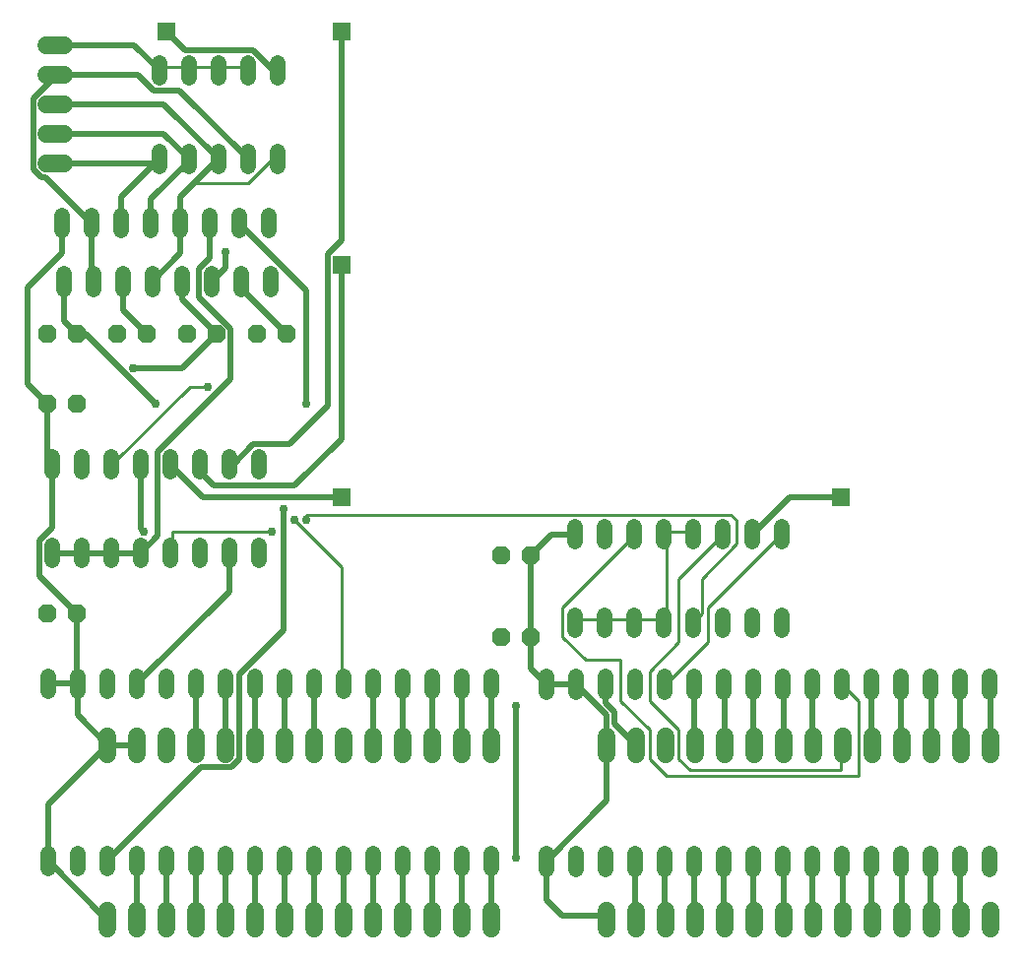
<source format=gbr>
G04 EAGLE Gerber RS-274X export*
G75*
%MOMM*%
%FSLAX34Y34*%
%LPD*%
%INTop Copper*%
%IPPOS*%
%AMOC8*
5,1,8,0,0,1.08239X$1,22.5*%
G01*
%ADD10R,1.524000X1.524000*%
%ADD11C,1.524000*%
%ADD12C,1.508000*%
%ADD13C,1.320800*%
%ADD14P,1.732040X8X202.500000*%
%ADD15P,1.732040X8X22.500000*%
%ADD16C,0.500000*%
%ADD17C,0.756400*%
%ADD18C,0.254000*%


D10*
X730000Y390000D03*
X300000Y390000D03*
X300000Y590000D03*
X300000Y790000D03*
X150000Y790000D03*
D11*
X528270Y184240D02*
X528270Y169000D01*
X553670Y169000D02*
X553670Y184240D01*
X579070Y184240D02*
X579070Y169000D01*
X604470Y169000D02*
X604470Y184240D01*
X629870Y184240D02*
X629870Y169000D01*
X655270Y169000D02*
X655270Y184240D01*
X680670Y184240D02*
X680670Y169000D01*
X706070Y169000D02*
X706070Y184240D01*
X731470Y184240D02*
X731470Y169000D01*
X756870Y169000D02*
X756870Y184240D01*
X782270Y184240D02*
X782270Y169000D01*
X807670Y169000D02*
X807670Y184240D01*
X833070Y184240D02*
X833070Y169000D01*
X858470Y169000D02*
X858470Y184240D01*
X528380Y34470D02*
X528380Y19230D01*
X553780Y19230D02*
X553780Y34470D01*
X579180Y34470D02*
X579180Y19230D01*
X604580Y19230D02*
X604580Y34470D01*
X629980Y34470D02*
X629980Y19230D01*
X655380Y19230D02*
X655380Y34470D01*
X680780Y34470D02*
X680780Y19230D01*
X706180Y19230D02*
X706180Y34470D01*
X731580Y34470D02*
X731580Y19230D01*
X756980Y19230D02*
X756980Y34470D01*
X782380Y34470D02*
X782380Y19230D01*
X807780Y19230D02*
X807780Y34470D01*
X833180Y34470D02*
X833180Y19230D01*
X858580Y19230D02*
X858580Y34470D01*
D12*
X61540Y778500D02*
X46460Y778500D01*
X46460Y753100D02*
X61540Y753100D01*
X61540Y727700D02*
X46460Y727700D01*
X46460Y702300D02*
X61540Y702300D01*
X61540Y676900D02*
X46460Y676900D01*
D11*
X99050Y184400D02*
X99050Y169160D01*
X124450Y169160D02*
X124450Y184400D01*
X149850Y184400D02*
X149850Y169160D01*
X175250Y169160D02*
X175250Y184400D01*
X200650Y184400D02*
X200650Y169160D01*
X226050Y169160D02*
X226050Y184400D01*
X251450Y184400D02*
X251450Y169160D01*
X276850Y169160D02*
X276850Y184400D01*
X302250Y184400D02*
X302250Y169160D01*
X327650Y169160D02*
X327650Y184400D01*
X353050Y184400D02*
X353050Y169160D01*
X378450Y169160D02*
X378450Y184400D01*
X403850Y184400D02*
X403850Y169160D01*
X429250Y169160D02*
X429250Y184400D01*
X98510Y34450D02*
X98510Y19210D01*
X123910Y19210D02*
X123910Y34450D01*
X149310Y34450D02*
X149310Y19210D01*
X174710Y19210D02*
X174710Y34450D01*
X200110Y34450D02*
X200110Y19210D01*
X225510Y19210D02*
X225510Y34450D01*
X250910Y34450D02*
X250910Y19210D01*
X276310Y19210D02*
X276310Y34450D01*
X301710Y34450D02*
X301710Y19210D01*
X327110Y19210D02*
X327110Y34450D01*
X352510Y34450D02*
X352510Y19210D01*
X377910Y19210D02*
X377910Y34450D01*
X403310Y34450D02*
X403310Y19210D01*
X428710Y19210D02*
X428710Y34450D01*
D13*
X59800Y618896D02*
X59800Y632104D01*
X85200Y632104D02*
X85200Y618896D01*
X110600Y618896D02*
X110600Y632104D01*
X136000Y632104D02*
X136000Y618896D01*
X161400Y618896D02*
X161400Y632104D01*
X186800Y632104D02*
X186800Y618896D01*
X212200Y618896D02*
X212200Y632104D01*
X237600Y632104D02*
X237600Y618896D01*
X61200Y582104D02*
X61200Y568896D01*
X86600Y568896D02*
X86600Y582104D01*
X112000Y582104D02*
X112000Y568896D01*
X137400Y568896D02*
X137400Y582104D01*
X162800Y582104D02*
X162800Y568896D01*
X188200Y568896D02*
X188200Y582104D01*
X213600Y582104D02*
X213600Y568896D01*
X239000Y568896D02*
X239000Y582104D01*
X143300Y674096D02*
X143300Y687304D01*
X168700Y687304D02*
X168700Y674096D01*
X194100Y674096D02*
X194100Y687304D01*
X219500Y687304D02*
X219500Y674096D01*
X244900Y674096D02*
X244900Y687304D01*
X244900Y750296D02*
X244900Y763504D01*
X219500Y763504D02*
X219500Y750296D01*
X194100Y750296D02*
X194100Y763504D01*
X168700Y763504D02*
X168700Y750296D01*
X143300Y750296D02*
X143300Y763504D01*
X47870Y83644D02*
X47870Y70436D01*
X73270Y70436D02*
X73270Y83644D01*
X200270Y83644D02*
X200270Y70436D01*
X225670Y70436D02*
X225670Y83644D01*
X98670Y83644D02*
X98670Y70436D01*
X124070Y70436D02*
X124070Y83644D01*
X174870Y83644D02*
X174870Y70436D01*
X149470Y70436D02*
X149470Y83644D01*
X251070Y83644D02*
X251070Y70436D01*
X276470Y70436D02*
X276470Y83644D01*
X301870Y83644D02*
X301870Y70436D01*
X327270Y70436D02*
X327270Y83644D01*
X352670Y83644D02*
X352670Y70436D01*
X378070Y70436D02*
X378070Y83644D01*
X403470Y83644D02*
X403470Y70436D01*
X428870Y70436D02*
X428870Y83644D01*
X428870Y222836D02*
X428870Y236044D01*
X403470Y236044D02*
X403470Y222836D01*
X378070Y222836D02*
X378070Y236044D01*
X352670Y236044D02*
X352670Y222836D01*
X327270Y222836D02*
X327270Y236044D01*
X301870Y236044D02*
X301870Y222836D01*
X276470Y222836D02*
X276470Y236044D01*
X251070Y236044D02*
X251070Y222836D01*
X225670Y222836D02*
X225670Y236044D01*
X200270Y236044D02*
X200270Y222836D01*
X174870Y222836D02*
X174870Y236044D01*
X149470Y236044D02*
X149470Y222836D01*
X124070Y222836D02*
X124070Y236044D01*
X98670Y236044D02*
X98670Y222836D01*
X73270Y222836D02*
X73270Y236044D01*
X47870Y236044D02*
X47870Y222836D01*
X51100Y335296D02*
X51100Y348504D01*
X76500Y348504D02*
X76500Y335296D01*
X203500Y335296D02*
X203500Y348504D01*
X228900Y348504D02*
X228900Y335296D01*
X101900Y335296D02*
X101900Y348504D01*
X127300Y348504D02*
X127300Y335296D01*
X178100Y335296D02*
X178100Y348504D01*
X152700Y348504D02*
X152700Y335296D01*
X228900Y411496D02*
X228900Y424704D01*
X203500Y424704D02*
X203500Y411496D01*
X178100Y411496D02*
X178100Y424704D01*
X152700Y424704D02*
X152700Y411496D01*
X127300Y411496D02*
X127300Y424704D01*
X101900Y424704D02*
X101900Y411496D01*
X76500Y411496D02*
X76500Y424704D01*
X51100Y424704D02*
X51100Y411496D01*
X476250Y83454D02*
X476250Y70246D01*
X501650Y70246D02*
X501650Y83454D01*
X628650Y83454D02*
X628650Y70246D01*
X654050Y70246D02*
X654050Y83454D01*
X527050Y83454D02*
X527050Y70246D01*
X552450Y70246D02*
X552450Y83454D01*
X603250Y83454D02*
X603250Y70246D01*
X577850Y70246D02*
X577850Y83454D01*
X679450Y83454D02*
X679450Y70246D01*
X704850Y70246D02*
X704850Y83454D01*
X730250Y83454D02*
X730250Y70246D01*
X755650Y70246D02*
X755650Y83454D01*
X781050Y83454D02*
X781050Y70246D01*
X806450Y70246D02*
X806450Y83454D01*
X831850Y83454D02*
X831850Y70246D01*
X857250Y70246D02*
X857250Y83454D01*
X857250Y222646D02*
X857250Y235854D01*
X831850Y235854D02*
X831850Y222646D01*
X806450Y222646D02*
X806450Y235854D01*
X781050Y235854D02*
X781050Y222646D01*
X755650Y222646D02*
X755650Y235854D01*
X730250Y235854D02*
X730250Y222646D01*
X704850Y222646D02*
X704850Y235854D01*
X679450Y235854D02*
X679450Y222646D01*
X654050Y222646D02*
X654050Y235854D01*
X628650Y235854D02*
X628650Y222646D01*
X603250Y222646D02*
X603250Y235854D01*
X577850Y235854D02*
X577850Y222646D01*
X552450Y222646D02*
X552450Y235854D01*
X527050Y235854D02*
X527050Y222646D01*
X501650Y222646D02*
X501650Y235854D01*
X476250Y235854D02*
X476250Y222646D01*
X501100Y275296D02*
X501100Y288504D01*
X526500Y288504D02*
X526500Y275296D01*
X653500Y275296D02*
X653500Y288504D01*
X678900Y288504D02*
X678900Y275296D01*
X551900Y275296D02*
X551900Y288504D01*
X577300Y288504D02*
X577300Y275296D01*
X628100Y275296D02*
X628100Y288504D01*
X602700Y288504D02*
X602700Y275296D01*
X678900Y351496D02*
X678900Y364704D01*
X653500Y364704D02*
X653500Y351496D01*
X628100Y351496D02*
X628100Y364704D01*
X602700Y364704D02*
X602700Y351496D01*
X577300Y351496D02*
X577300Y364704D01*
X551900Y364704D02*
X551900Y351496D01*
X526500Y351496D02*
X526500Y364704D01*
X501100Y364704D02*
X501100Y351496D01*
D14*
X462700Y340000D03*
X437300Y340000D03*
X462700Y270000D03*
X437300Y270000D03*
D15*
X47300Y470000D03*
X72700Y470000D03*
D14*
X72700Y290000D03*
X47300Y290000D03*
D15*
X227300Y530000D03*
X252700Y530000D03*
X167300Y530000D03*
X192700Y530000D03*
X107300Y530000D03*
X132700Y530000D03*
X47300Y530000D03*
X72700Y530000D03*
D16*
X685400Y390000D02*
X730000Y390000D01*
X685400Y390000D02*
X653500Y358100D01*
X300000Y390000D02*
X180800Y390000D01*
X152700Y418100D01*
X300000Y440000D02*
X300000Y590000D01*
X300000Y440000D02*
X260000Y400000D01*
X190000Y400000D01*
X180000Y410000D01*
X180000Y416200D01*
X178100Y418100D01*
X300000Y610931D02*
X300000Y790000D01*
X300000Y610931D02*
X288356Y599287D01*
X288356Y468356D01*
X207266Y418100D02*
X203500Y418100D01*
X224498Y435332D02*
X255332Y435332D01*
X224498Y435332D02*
X207266Y418100D01*
X255332Y435332D02*
X288356Y468356D01*
X165868Y774132D02*
X150000Y790000D01*
X241134Y756900D02*
X244900Y756900D01*
X241134Y756900D02*
X223902Y774132D01*
X165868Y774132D01*
X403310Y76880D02*
X403310Y26830D01*
X403310Y76880D02*
X403470Y77040D01*
X377910Y76880D02*
X377910Y26830D01*
X377910Y76880D02*
X378070Y77040D01*
X352510Y76880D02*
X352510Y26830D01*
X352510Y76880D02*
X352670Y77040D01*
X327270Y77040D02*
X327270Y26990D01*
X327110Y26830D01*
X301710Y26830D02*
X301710Y76880D01*
X301870Y77040D01*
X276470Y77040D02*
X276470Y26990D01*
X276310Y26830D01*
X250910Y26830D02*
X250910Y76880D01*
X251070Y77040D01*
X225670Y77040D02*
X225510Y26830D01*
X200110Y26830D02*
X200270Y77040D01*
X174870Y77040D02*
X174710Y26830D01*
X149310Y26830D02*
X149470Y77040D01*
X124070Y77040D02*
X123910Y26830D01*
X429250Y176780D02*
X429250Y229060D01*
X428870Y229440D01*
X403470Y229440D02*
X403470Y177160D01*
X403850Y176780D01*
X378450Y176780D02*
X378450Y229060D01*
X378070Y229440D01*
X352670Y229440D02*
X352670Y177160D01*
X353050Y176780D01*
X327650Y176780D02*
X327650Y229060D01*
X327270Y229440D01*
X127300Y363114D02*
X127300Y418100D01*
X127300Y363114D02*
X130000Y360414D01*
D17*
X130000Y360414D03*
D16*
X276470Y229440D02*
X276470Y177160D01*
X276850Y176780D01*
D18*
X105000Y420000D02*
X170000Y485000D01*
X185000Y485000D01*
X260000Y370000D02*
X300000Y330000D01*
X300000Y230000D01*
X105000Y420000D02*
X101900Y418100D01*
X300000Y230000D02*
X301870Y229440D01*
D17*
X185000Y485000D03*
X260000Y370000D03*
D16*
X251450Y229060D02*
X251450Y176780D01*
X251450Y229060D02*
X251070Y229440D01*
X226050Y229060D02*
X225670Y229440D01*
X226050Y229060D02*
X226050Y176780D01*
X200650Y176780D02*
X200270Y177160D01*
X200270Y229440D01*
X174870Y229440D02*
X174870Y177160D01*
X175250Y176780D01*
X124070Y229440D02*
X203500Y308870D01*
X203500Y341900D01*
X213600Y569100D02*
X213600Y575500D01*
X213600Y569100D02*
X252700Y530000D01*
D17*
X250000Y380000D03*
D16*
X179146Y157516D02*
X98670Y77040D01*
X205473Y157516D02*
X212294Y164337D01*
X205473Y157516D02*
X179146Y157516D01*
X212294Y164337D02*
X212294Y237698D01*
X250000Y275404D02*
X250000Y380000D01*
X250000Y275404D02*
X212294Y237698D01*
D17*
X450000Y80000D03*
D16*
X450000Y210000D01*
D17*
X450000Y210000D03*
D16*
X162800Y559900D02*
X162800Y575500D01*
X162800Y559900D02*
X192700Y530000D01*
D17*
X120520Y500520D03*
D16*
X163220Y500520D01*
X192700Y530000D01*
X112000Y550700D02*
X112000Y575500D01*
X112000Y550700D02*
X132700Y530000D01*
X186800Y595734D02*
X186800Y625500D01*
X186800Y595734D02*
X177572Y586506D01*
X142072Y356672D02*
X127300Y341900D01*
X142072Y356672D02*
X142072Y429106D01*
X177572Y562134D02*
X177572Y586506D01*
X177572Y562134D02*
X204725Y534981D01*
X204725Y491759D01*
X142072Y429106D01*
X127300Y341900D02*
X101900Y341900D01*
X76500Y341900D01*
X51100Y341900D01*
X61200Y541500D02*
X61200Y575500D01*
X61200Y541500D02*
X72700Y530000D01*
D17*
X140000Y470000D03*
D16*
X80000Y530000D01*
X72700Y530000D01*
D18*
X605000Y285000D02*
X610000Y290000D01*
X610000Y320000D01*
X640000Y350000D01*
X640000Y370000D01*
X635000Y375000D01*
X270000Y375000D01*
X270000Y370000D01*
X240000Y360000D02*
X155000Y360000D01*
X155000Y345000D01*
X602700Y281900D02*
X605000Y285000D01*
X155000Y345000D02*
X152700Y341900D01*
D17*
X270000Y370000D03*
X240000Y360000D03*
D16*
X72700Y290000D02*
X72700Y230010D01*
X73270Y229440D01*
X47870Y229440D01*
X73270Y229440D02*
X73270Y202560D01*
X99050Y176780D01*
X47870Y125600D01*
X47870Y77040D01*
X98080Y26830D01*
X98510Y26830D01*
X99050Y176780D02*
X124450Y176780D01*
X59800Y599800D02*
X59800Y625500D01*
X30000Y487300D02*
X47300Y470000D01*
X30000Y570000D02*
X59800Y599800D01*
X30000Y570000D02*
X30000Y487300D01*
X47300Y470000D02*
X47300Y421900D01*
X51100Y418100D01*
X51100Y363534D01*
X40472Y352906D01*
X40472Y322228D01*
X72700Y290000D01*
X54000Y702300D02*
X147100Y702300D01*
X168700Y680700D01*
X168700Y678700D01*
X136000Y646000D02*
X136000Y625500D01*
X136000Y646000D02*
X168700Y678700D01*
D17*
X200000Y600538D03*
D16*
X200000Y587300D01*
X188200Y575500D01*
X147100Y727700D02*
X54000Y727700D01*
X147100Y727700D02*
X194100Y680700D01*
X174200Y660800D01*
X161400Y648000D01*
X161400Y625500D01*
X161400Y599500D02*
X137400Y575500D01*
X161400Y599500D02*
X161400Y625500D01*
D18*
X220000Y660000D02*
X240000Y680000D01*
X220000Y660000D02*
X175000Y660000D01*
X240000Y680000D02*
X244900Y680700D01*
X175000Y660000D02*
X174200Y660800D01*
D16*
X428870Y26990D02*
X428710Y26830D01*
X428870Y26990D02*
X428870Y77040D01*
X139500Y676900D02*
X54000Y676900D01*
X139500Y676900D02*
X143300Y680700D01*
X110600Y648000D01*
X110600Y625500D01*
X143300Y756900D02*
X121700Y778500D01*
X54000Y778500D01*
D18*
X170000Y760000D02*
X190000Y760000D01*
X170000Y760000D02*
X168700Y756900D01*
X190000Y760000D02*
X194100Y756900D01*
X195000Y760000D02*
X215000Y760000D01*
X219500Y756900D01*
X195000Y760000D02*
X194100Y756900D01*
X165000Y760000D02*
X145000Y760000D01*
X165000Y760000D02*
X168700Y756900D01*
X145000Y760000D02*
X143300Y756900D01*
D16*
X125466Y753100D02*
X54000Y753100D01*
X160532Y739668D02*
X219500Y680700D01*
X138898Y739668D02*
X125466Y753100D01*
X138898Y739668D02*
X160532Y739668D01*
X41670Y665336D02*
X34896Y672110D01*
X41670Y665336D02*
X45364Y665336D01*
X54000Y751594D02*
X54000Y753100D01*
X54000Y751594D02*
X34896Y732490D01*
X34896Y672110D01*
X45364Y665336D02*
X85200Y625500D01*
X85200Y576900D01*
X86600Y575500D01*
X212200Y625500D02*
X270000Y567700D01*
X270000Y470000D01*
D17*
X270000Y470000D03*
D18*
X580000Y360000D02*
X600000Y360000D01*
X580000Y360000D02*
X577300Y358100D01*
X600000Y360000D02*
X602700Y358100D01*
X525000Y285000D02*
X505000Y285000D01*
X525000Y285000D02*
X526500Y281900D01*
X505000Y285000D02*
X501100Y281900D01*
X555000Y285000D02*
X575000Y285000D01*
X555000Y285000D02*
X551900Y281900D01*
X575000Y285000D02*
X577300Y281900D01*
X550000Y285000D02*
X530000Y285000D01*
X526500Y281900D01*
X550000Y285000D02*
X551900Y281900D01*
X580000Y285000D02*
X580000Y355000D01*
X577300Y358100D01*
X580000Y285000D02*
X577300Y281900D01*
X615000Y265000D02*
X580000Y230000D01*
X615000Y265000D02*
X615000Y295000D01*
X675000Y355000D01*
X580000Y230000D02*
X577850Y229250D01*
X675000Y355000D02*
X678900Y358100D01*
D16*
X831850Y28180D02*
X833180Y26850D01*
X831850Y28180D02*
X831850Y76850D01*
X806450Y76850D02*
X806450Y28180D01*
X807780Y26850D01*
X782380Y26850D02*
X782380Y75520D01*
X781050Y76850D01*
X755650Y76850D02*
X755650Y28180D01*
X756980Y26850D01*
X731580Y26850D02*
X731580Y75520D01*
X730250Y76850D01*
X704850Y76850D02*
X704850Y28180D01*
X706180Y26850D01*
X680780Y26850D02*
X680780Y75520D01*
X679450Y76850D01*
X654050Y76850D02*
X654050Y28180D01*
X655380Y26850D01*
X628650Y28180D02*
X628650Y76850D01*
X628650Y28180D02*
X629980Y26850D01*
X603250Y28180D02*
X603250Y76850D01*
X603250Y28180D02*
X604580Y26850D01*
X577850Y28180D02*
X577850Y76850D01*
X577850Y28180D02*
X579180Y26850D01*
X552450Y28180D02*
X552450Y76850D01*
X552450Y28180D02*
X553780Y26850D01*
X858470Y176620D02*
X858470Y228030D01*
X857250Y229250D01*
X831850Y229250D02*
X831850Y177840D01*
X833070Y176620D01*
X807670Y176620D02*
X807670Y228030D01*
X806450Y229250D01*
X781050Y229250D02*
X781050Y177840D01*
X782270Y176620D01*
X756870Y176620D02*
X755650Y177840D01*
X755650Y229250D01*
D18*
X550000Y355000D02*
X490000Y295000D01*
X490000Y270000D01*
X510000Y250000D01*
X540000Y250000D01*
X540000Y215000D01*
X565000Y190000D01*
X565000Y165000D01*
X580000Y150000D01*
X745000Y150000D01*
X745000Y215000D01*
X735000Y225000D01*
X550000Y355000D02*
X551900Y358100D01*
X730250Y229250D02*
X735000Y225000D01*
D16*
X704850Y229250D02*
X704850Y177840D01*
X706070Y176620D01*
X680670Y176620D02*
X680670Y228030D01*
X679450Y229250D01*
X654050Y229250D02*
X654050Y177840D01*
X655270Y176620D01*
X629870Y176620D02*
X629870Y228030D01*
X628650Y229250D01*
X603250Y229250D02*
X603250Y177840D01*
X604470Y176620D01*
D18*
X590000Y320000D02*
X628100Y358100D01*
X590000Y320000D02*
X590000Y265000D01*
X565000Y240000D01*
X565000Y215000D01*
X590000Y190000D01*
X590000Y165000D01*
X600000Y155000D01*
X730000Y155000D01*
X730000Y175000D01*
X731470Y176620D01*
D16*
X553670Y176620D02*
X534794Y195496D01*
X534794Y205332D01*
X527050Y213076D02*
X527050Y229250D01*
X527050Y213076D02*
X534794Y205332D01*
X462700Y242800D02*
X462700Y270000D01*
X462700Y242800D02*
X476250Y229250D01*
X462700Y270000D02*
X462700Y340000D01*
X480800Y358100D01*
X501100Y358100D01*
X525230Y30000D02*
X528380Y26850D01*
X525230Y30000D02*
X490000Y30000D01*
X476250Y43750D01*
X476250Y76850D01*
X528270Y128870D01*
X528270Y176620D01*
X528270Y202630D01*
X501650Y229250D01*
X476250Y229250D01*
M02*

</source>
